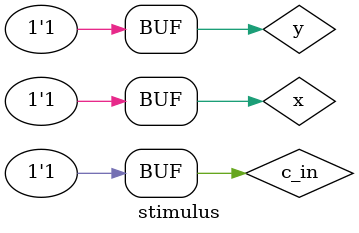
<source format=v>

 
`timescale 1ns / 1ps
module stimulus;
	reg x;
	reg y;
	reg c_in;
	wire sum;
	wire c_out;
	// Instantiate the Unit Under Test (UUT)
	full_adder uut (sum,c_out,x,y,c_in);
 
	initial begin
	$dumpfile("output.vcd");
    $dumpvars(0,stimulus);
		// Initialize Inputs
		x = 0;
		y = 0;
		c_in = 0;
	#20 x = 1;
	#20 y = 1;
	#20 c_in = 1;
	#20 y = 0;
	#20 y = 1;	
	#20 x = 1;	  
	#20 ;
	
	end  
 
		initial begin
		 $monitor("t=%3d x=%d,y=%d,c_in=%d,sum=%d,c_out=%d \n",$time,x,y,c_in,sum,c_out );
		 end
 
endmodule
 
</source>
